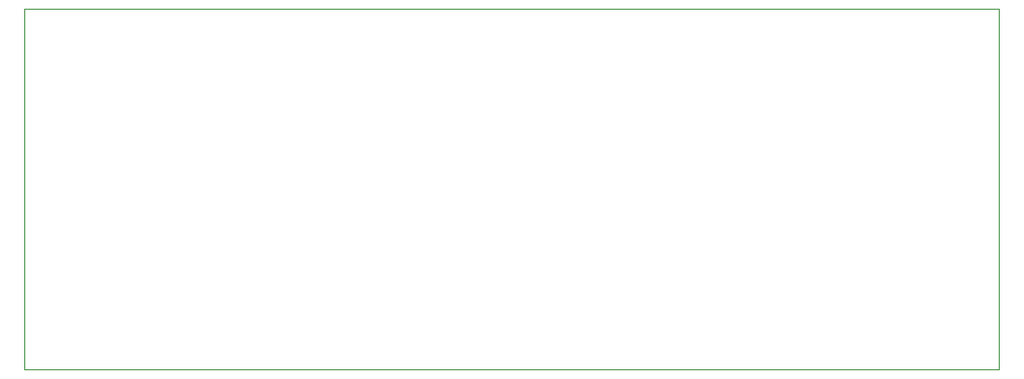
<source format=gbr>
G04 #@! TF.GenerationSoftware,KiCad,Pcbnew,(5.1.4)-1*
G04 #@! TF.CreationDate,2020-02-13T15:41:24-05:00*
G04 #@! TF.ProjectId,PowerFilter,506f7765-7246-4696-9c74-65722e6b6963,rev?*
G04 #@! TF.SameCoordinates,Original*
G04 #@! TF.FileFunction,Profile,NP*
%FSLAX46Y46*%
G04 Gerber Fmt 4.6, Leading zero omitted, Abs format (unit mm)*
G04 Created by KiCad (PCBNEW (5.1.4)-1) date 2020-02-13 15:41:24*
%MOMM*%
%LPD*%
G04 APERTURE LIST*
%ADD10C,0.050000*%
G04 APERTURE END LIST*
D10*
X58000000Y-54500000D02*
X143000000Y-54500000D01*
X58000000Y-86000000D02*
X58000000Y-54500000D01*
X143000000Y-86000000D02*
X58000000Y-86000000D01*
X143000000Y-86000000D02*
X143000000Y-54500000D01*
M02*

</source>
